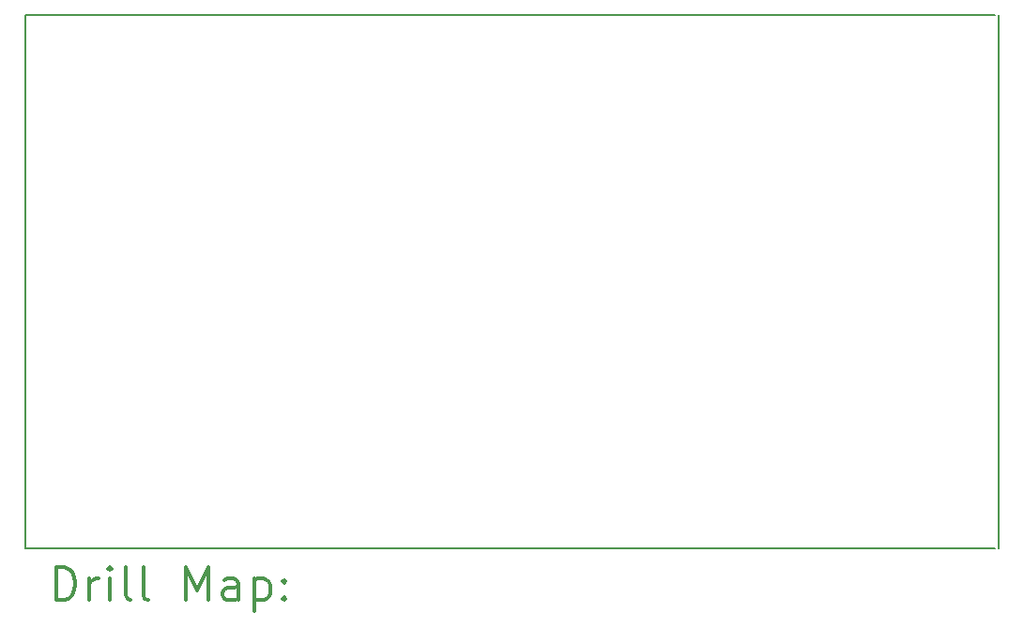
<source format=gbr>
%FSLAX45Y45*%
G04 Gerber Fmt 4.5, Leading zero omitted, Abs format (unit mm)*
G04 Created by KiCad (PCBNEW 5.0.2-bee76a0~70~ubuntu16.04.1) date fre 15 feb 2019 09:46:43*
%MOMM*%
%LPD*%
G01*
G04 APERTURE LIST*
%ADD10C,0.150000*%
%ADD11C,0.200000*%
%ADD12C,0.300000*%
G04 APERTURE END LIST*
D10*
X9530000Y-9450000D02*
X9530000Y-4640000D01*
X18280000Y-9450000D02*
X9530000Y-9450000D01*
X18310000Y-4640000D02*
X18310000Y-9450000D01*
X9530000Y-4640000D02*
X18280000Y-4640000D01*
D11*
D12*
X9808928Y-9923214D02*
X9808928Y-9623214D01*
X9880357Y-9623214D01*
X9923214Y-9637500D01*
X9951786Y-9666072D01*
X9966071Y-9694643D01*
X9980357Y-9751786D01*
X9980357Y-9794643D01*
X9966071Y-9851786D01*
X9951786Y-9880357D01*
X9923214Y-9908929D01*
X9880357Y-9923214D01*
X9808928Y-9923214D01*
X10108928Y-9923214D02*
X10108928Y-9723214D01*
X10108928Y-9780357D02*
X10123214Y-9751786D01*
X10137500Y-9737500D01*
X10166071Y-9723214D01*
X10194643Y-9723214D01*
X10294643Y-9923214D02*
X10294643Y-9723214D01*
X10294643Y-9623214D02*
X10280357Y-9637500D01*
X10294643Y-9651786D01*
X10308928Y-9637500D01*
X10294643Y-9623214D01*
X10294643Y-9651786D01*
X10480357Y-9923214D02*
X10451786Y-9908929D01*
X10437500Y-9880357D01*
X10437500Y-9623214D01*
X10637500Y-9923214D02*
X10608928Y-9908929D01*
X10594643Y-9880357D01*
X10594643Y-9623214D01*
X10980357Y-9923214D02*
X10980357Y-9623214D01*
X11080357Y-9837500D01*
X11180357Y-9623214D01*
X11180357Y-9923214D01*
X11451786Y-9923214D02*
X11451786Y-9766072D01*
X11437500Y-9737500D01*
X11408928Y-9723214D01*
X11351786Y-9723214D01*
X11323214Y-9737500D01*
X11451786Y-9908929D02*
X11423214Y-9923214D01*
X11351786Y-9923214D01*
X11323214Y-9908929D01*
X11308928Y-9880357D01*
X11308928Y-9851786D01*
X11323214Y-9823214D01*
X11351786Y-9808929D01*
X11423214Y-9808929D01*
X11451786Y-9794643D01*
X11594643Y-9723214D02*
X11594643Y-10023214D01*
X11594643Y-9737500D02*
X11623214Y-9723214D01*
X11680357Y-9723214D01*
X11708928Y-9737500D01*
X11723214Y-9751786D01*
X11737500Y-9780357D01*
X11737500Y-9866072D01*
X11723214Y-9894643D01*
X11708928Y-9908929D01*
X11680357Y-9923214D01*
X11623214Y-9923214D01*
X11594643Y-9908929D01*
X11866071Y-9894643D02*
X11880357Y-9908929D01*
X11866071Y-9923214D01*
X11851786Y-9908929D01*
X11866071Y-9894643D01*
X11866071Y-9923214D01*
X11866071Y-9737500D02*
X11880357Y-9751786D01*
X11866071Y-9766072D01*
X11851786Y-9751786D01*
X11866071Y-9737500D01*
X11866071Y-9766072D01*
M02*

</source>
